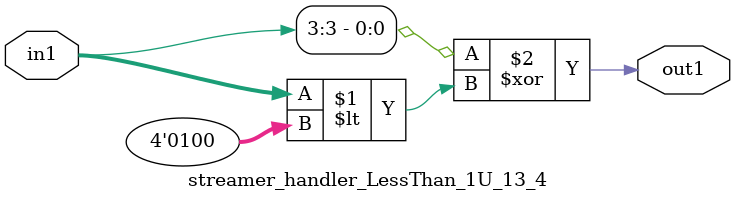
<source format=v>

`timescale 1ps / 1ps


module streamer_handler_LessThan_1U_13_4( in1, out1 );

    input [3:0] in1;
    output out1;

    
    // rtl_process:streamer_handler_LessThan_1U_13_4/streamer_handler_LessThan_1U_13_4_thread_1
    assign out1 = (in1[3] ^ in1 < 4'd04);

endmodule


</source>
